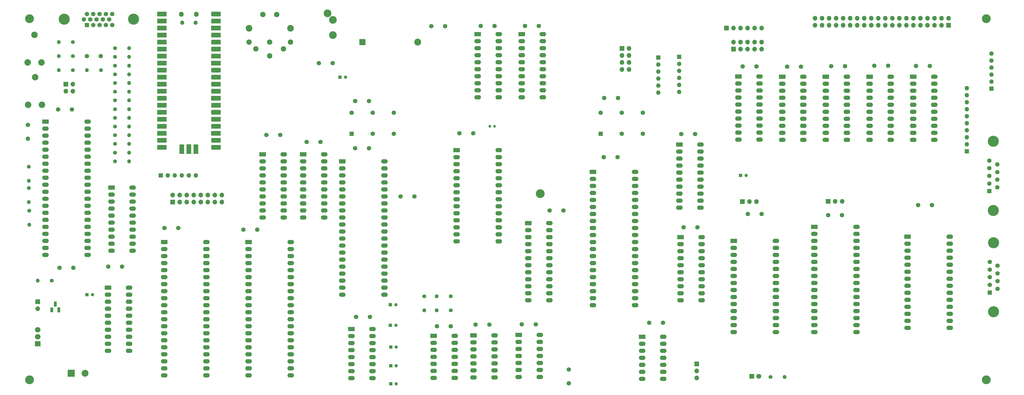
<source format=gts>
G04 #@! TF.GenerationSoftware,KiCad,Pcbnew,7.0.1*
G04 #@! TF.CreationDate,2024-09-15T16:50:28-05:00*
G04 #@! TF.ProjectId,we816mark2,77653831-366d-4617-926b-322e6b696361,.9*
G04 #@! TF.SameCoordinates,Original*
G04 #@! TF.FileFunction,Soldermask,Top*
G04 #@! TF.FilePolarity,Negative*
%FSLAX46Y46*%
G04 Gerber Fmt 4.6, Leading zero omitted, Abs format (unit mm)*
G04 Created by KiCad (PCBNEW 7.0.1) date 2024-09-15 16:50:28*
%MOMM*%
%LPD*%
G01*
G04 APERTURE LIST*
G04 Aperture macros list*
%AMRoundRect*
0 Rectangle with rounded corners*
0 $1 Rounding radius*
0 $2 $3 $4 $5 $6 $7 $8 $9 X,Y pos of 4 corners*
0 Add a 4 corners polygon primitive as box body*
4,1,4,$2,$3,$4,$5,$6,$7,$8,$9,$2,$3,0*
0 Add four circle primitives for the rounded corners*
1,1,$1+$1,$2,$3*
1,1,$1+$1,$4,$5*
1,1,$1+$1,$6,$7*
1,1,$1+$1,$8,$9*
0 Add four rect primitives between the rounded corners*
20,1,$1+$1,$2,$3,$4,$5,0*
20,1,$1+$1,$4,$5,$6,$7,0*
20,1,$1+$1,$6,$7,$8,$9,0*
20,1,$1+$1,$8,$9,$2,$3,0*%
G04 Aperture macros list end*
%ADD10C,1.600000*%
%ADD11R,2.400000X1.600000*%
%ADD12O,2.400000X1.600000*%
%ADD13C,4.000000*%
%ADD14R,1.600000X1.600000*%
%ADD15R,1.200000X1.200000*%
%ADD16C,1.200000*%
%ADD17R,1.800000X1.800000*%
%ADD18C,1.800000*%
%ADD19R,1.700000X1.700000*%
%ADD20O,1.700000X1.700000*%
%ADD21C,1.400000*%
%ADD22O,1.400000X1.400000*%
%ADD23O,1.600000X1.600000*%
%ADD24C,2.340000*%
%ADD25C,1.000000*%
%ADD26C,2.400000*%
%ADD27C,1.950000*%
%ADD28C,3.200000*%
%ADD29C,2.800000*%
%ADD30R,1.100000X1.800000*%
%ADD31RoundRect,0.275000X-0.275000X-0.625000X0.275000X-0.625000X0.275000X0.625000X-0.275000X0.625000X0*%
%ADD32R,2.000000X1.905000*%
%ADD33O,2.000000X1.905000*%
%ADD34R,2.500000X2.500000*%
%ADD35C,2.500000*%
%ADD36R,2.170000X2.170000*%
%ADD37O,1.800000X1.800000*%
%ADD38O,1.500000X1.500000*%
%ADD39R,3.500000X1.700000*%
%ADD40R,1.700000X3.500000*%
G04 APERTURE END LIST*
D10*
X245100000Y-125500000D03*
X240100000Y-125500000D03*
X184810000Y-186740000D03*
X179810000Y-186740000D03*
X114895000Y-151765000D03*
X109895000Y-151765000D03*
X274000000Y-150900000D03*
X269000000Y-150900000D03*
X295275000Y-92675000D03*
X290275000Y-92675000D03*
X227490000Y-202390000D03*
X227490000Y-207390000D03*
X297140000Y-146050000D03*
X292140000Y-146050000D03*
X198810000Y-186140000D03*
X193810000Y-186140000D03*
X215510000Y-186040000D03*
X210510000Y-186040000D03*
X192960000Y-116840000D03*
X187960000Y-116840000D03*
X132755000Y-120015000D03*
X137755000Y-120015000D03*
D11*
X145600000Y-127000000D03*
D12*
X145600000Y-129540000D03*
X145600000Y-132080000D03*
X145600000Y-134620000D03*
X145600000Y-137160000D03*
X145600000Y-139700000D03*
X145600000Y-142240000D03*
X145600000Y-144780000D03*
X145600000Y-147320000D03*
X145600000Y-149860000D03*
X145600000Y-152400000D03*
X145600000Y-154940000D03*
X145600000Y-157480000D03*
X145600000Y-160020000D03*
X145600000Y-162560000D03*
X145600000Y-165100000D03*
X145600000Y-167640000D03*
X145600000Y-170180000D03*
X145600000Y-172720000D03*
X145600000Y-175260000D03*
X160840000Y-175260000D03*
X160840000Y-172720000D03*
X160840000Y-170180000D03*
X160840000Y-167640000D03*
X160840000Y-165100000D03*
X160840000Y-162560000D03*
X160840000Y-160020000D03*
X160840000Y-157480000D03*
X160840000Y-154940000D03*
X160840000Y-152400000D03*
X160840000Y-149860000D03*
X160840000Y-147320000D03*
X160840000Y-144780000D03*
X160840000Y-142240000D03*
X160840000Y-139700000D03*
X160840000Y-137160000D03*
X160840000Y-134620000D03*
X160840000Y-132080000D03*
X160840000Y-129540000D03*
X160840000Y-127000000D03*
D13*
X381020000Y-181460000D03*
X381020000Y-156460000D03*
D14*
X379600000Y-174500000D03*
D10*
X379600000Y-171730000D03*
X379600000Y-168960000D03*
X379600000Y-166190000D03*
X379600000Y-163420000D03*
X382440000Y-173115000D03*
X382440000Y-170345000D03*
X382440000Y-167575000D03*
X382440000Y-164805000D03*
X245300000Y-104100000D03*
X240300000Y-104100000D03*
D15*
X163000000Y-178900000D03*
D16*
X165000000Y-178900000D03*
D15*
X163000000Y-186400000D03*
D16*
X165000000Y-186400000D03*
D15*
X163100000Y-201000000D03*
D16*
X165100000Y-201000000D03*
D15*
X163100000Y-194200000D03*
D16*
X165100000Y-194200000D03*
D15*
X163100000Y-207500000D03*
D16*
X165100000Y-207500000D03*
D10*
X311375000Y-92725000D03*
X306375000Y-92725000D03*
X273140000Y-117100000D03*
X268140000Y-117100000D03*
X327300000Y-92550000D03*
X322300000Y-92550000D03*
X32000000Y-113800000D03*
X32000000Y-118800000D03*
X142160000Y-91440000D03*
X137160000Y-91440000D03*
D15*
X144780000Y-96520000D03*
D16*
X146780000Y-96520000D03*
D15*
X289560000Y-132080000D03*
D16*
X291560000Y-132080000D03*
D17*
X293600000Y-204800000D03*
D18*
X296140000Y-204800000D03*
D19*
X246700000Y-86160000D03*
D20*
X249240000Y-86160000D03*
X246700000Y-88700000D03*
X249240000Y-88700000D03*
X246700000Y-91240000D03*
X249240000Y-91240000D03*
X246700000Y-93780000D03*
X249240000Y-93780000D03*
D13*
X380920000Y-144760000D03*
X380920000Y-119760000D03*
D14*
X379500000Y-137800000D03*
D10*
X379500000Y-135030000D03*
X379500000Y-132260000D03*
X379500000Y-129490000D03*
X379500000Y-126720000D03*
X382340000Y-136415000D03*
X382340000Y-133645000D03*
X382340000Y-130875000D03*
X382340000Y-128105000D03*
D19*
X273700000Y-200300000D03*
D20*
X273700000Y-202840000D03*
X273700000Y-205380000D03*
D14*
X239000000Y-117000000D03*
D10*
X246620000Y-117000000D03*
X246620000Y-109380000D03*
X239000000Y-109380000D03*
D21*
X300355000Y-205105000D03*
D22*
X305435000Y-205105000D03*
D21*
X184785000Y-175895000D03*
D22*
X179705000Y-175895000D03*
D21*
X32500000Y-144900000D03*
D22*
X32500000Y-149980000D03*
D21*
X32315000Y-136635000D03*
D22*
X32315000Y-141715000D03*
D21*
X48260000Y-83820000D03*
D22*
X43180000Y-83820000D03*
D21*
X58420000Y-93980000D03*
D22*
X53340000Y-93980000D03*
D21*
X48260000Y-88900000D03*
D22*
X43180000Y-88900000D03*
D21*
X48260000Y-93980000D03*
D22*
X43180000Y-93980000D03*
D21*
X184785000Y-180975000D03*
D22*
X179705000Y-180975000D03*
D21*
X175260000Y-175895000D03*
D22*
X175260000Y-180975000D03*
D14*
X267400000Y-89200000D03*
D23*
X267400000Y-91740000D03*
X267400000Y-94280000D03*
X267400000Y-96820000D03*
X267400000Y-99360000D03*
X267400000Y-101900000D03*
D14*
X380200000Y-100700000D03*
D23*
X380200000Y-98160000D03*
X380200000Y-95620000D03*
X380200000Y-93080000D03*
X380200000Y-90540000D03*
X380200000Y-88000000D03*
D14*
X371300000Y-123400000D03*
D23*
X371300000Y-120860000D03*
X371300000Y-118320000D03*
X371300000Y-115780000D03*
X371300000Y-113240000D03*
X371300000Y-110700000D03*
X371300000Y-108160000D03*
X371300000Y-105620000D03*
X371300000Y-103080000D03*
X371300000Y-100540000D03*
D24*
X36900000Y-91200000D03*
X34400000Y-81200000D03*
X31900000Y-91200000D03*
X37100000Y-106500000D03*
X34600000Y-96500000D03*
X32100000Y-106500000D03*
D11*
X193040000Y-190000000D03*
D12*
X193040000Y-192540000D03*
X193040000Y-195080000D03*
X193040000Y-197620000D03*
X193040000Y-200160000D03*
X193040000Y-202700000D03*
X193040000Y-205240000D03*
X200660000Y-205240000D03*
X200660000Y-202700000D03*
X200660000Y-200160000D03*
X200660000Y-197620000D03*
X200660000Y-195080000D03*
X200660000Y-192540000D03*
X200660000Y-190000000D03*
D11*
X209370000Y-189800000D03*
D12*
X209370000Y-192340000D03*
X209370000Y-194880000D03*
X209370000Y-197420000D03*
X209370000Y-199960000D03*
X209370000Y-202500000D03*
X209370000Y-205040000D03*
X216990000Y-205040000D03*
X216990000Y-202500000D03*
X216990000Y-199960000D03*
X216990000Y-197420000D03*
X216990000Y-194880000D03*
X216990000Y-192340000D03*
X216990000Y-189800000D03*
D11*
X267410000Y-120950000D03*
D12*
X267410000Y-123490000D03*
X267410000Y-126030000D03*
X267410000Y-128570000D03*
X267410000Y-131110000D03*
X267410000Y-133650000D03*
X267410000Y-136190000D03*
X267410000Y-138730000D03*
X267410000Y-141270000D03*
X267410000Y-143810000D03*
X275030000Y-143810000D03*
X275030000Y-141270000D03*
X275030000Y-138730000D03*
X275030000Y-136190000D03*
X275030000Y-133650000D03*
X275030000Y-131110000D03*
X275030000Y-128570000D03*
X275030000Y-126030000D03*
X275030000Y-123490000D03*
X275030000Y-120950000D03*
D11*
X267890000Y-154420000D03*
D12*
X267890000Y-156960000D03*
X267890000Y-159500000D03*
X267890000Y-162040000D03*
X267890000Y-164580000D03*
X267890000Y-167120000D03*
X267890000Y-169660000D03*
X267890000Y-172200000D03*
X267890000Y-174740000D03*
X267890000Y-177280000D03*
X275510000Y-177280000D03*
X275510000Y-174740000D03*
X275510000Y-172200000D03*
X275510000Y-169660000D03*
X275510000Y-167120000D03*
X275510000Y-164580000D03*
X275510000Y-162040000D03*
X275510000Y-159500000D03*
X275510000Y-156960000D03*
X275510000Y-154420000D03*
D11*
X148890000Y-187680000D03*
D12*
X148890000Y-190220000D03*
X148890000Y-192760000D03*
X148890000Y-195300000D03*
X148890000Y-197840000D03*
X148890000Y-200380000D03*
X148890000Y-202920000D03*
X148890000Y-205460000D03*
X156510000Y-205460000D03*
X156510000Y-202920000D03*
X156510000Y-200380000D03*
X156510000Y-197840000D03*
X156510000Y-195300000D03*
X156510000Y-192760000D03*
X156510000Y-190220000D03*
X156510000Y-187680000D03*
D11*
X351975000Y-96400000D03*
D12*
X351975000Y-98940000D03*
X351975000Y-101480000D03*
X351975000Y-104020000D03*
X351975000Y-106560000D03*
X351975000Y-109100000D03*
X351975000Y-111640000D03*
X351975000Y-114180000D03*
X351975000Y-116720000D03*
X351975000Y-119260000D03*
X359595000Y-119260000D03*
X359595000Y-116720000D03*
X359595000Y-114180000D03*
X359595000Y-111640000D03*
X359595000Y-109100000D03*
X359595000Y-106560000D03*
X359595000Y-104020000D03*
X359595000Y-101480000D03*
X359595000Y-98940000D03*
X359595000Y-96400000D03*
D11*
X336181000Y-96400000D03*
D12*
X336181000Y-98940000D03*
X336181000Y-101480000D03*
X336181000Y-104020000D03*
X336181000Y-106560000D03*
X336181000Y-109100000D03*
X336181000Y-111640000D03*
X336181000Y-114180000D03*
X336181000Y-116720000D03*
X336181000Y-119260000D03*
X343801000Y-119260000D03*
X343801000Y-116720000D03*
X343801000Y-114180000D03*
X343801000Y-111640000D03*
X343801000Y-109100000D03*
X343801000Y-106560000D03*
X343801000Y-104020000D03*
X343801000Y-101480000D03*
X343801000Y-98940000D03*
X343801000Y-96400000D03*
D11*
X320388000Y-96400000D03*
D12*
X320388000Y-98940000D03*
X320388000Y-101480000D03*
X320388000Y-104020000D03*
X320388000Y-106560000D03*
X320388000Y-109100000D03*
X320388000Y-111640000D03*
X320388000Y-114180000D03*
X320388000Y-116720000D03*
X320388000Y-119260000D03*
X328008000Y-119260000D03*
X328008000Y-116720000D03*
X328008000Y-114180000D03*
X328008000Y-111640000D03*
X328008000Y-109100000D03*
X328008000Y-106560000D03*
X328008000Y-104020000D03*
X328008000Y-101480000D03*
X328008000Y-98940000D03*
X328008000Y-96400000D03*
D11*
X304594000Y-96400000D03*
D12*
X304594000Y-98940000D03*
X304594000Y-101480000D03*
X304594000Y-104020000D03*
X304594000Y-106560000D03*
X304594000Y-109100000D03*
X304594000Y-111640000D03*
X304594000Y-114180000D03*
X304594000Y-116720000D03*
X304594000Y-119260000D03*
X312214000Y-119260000D03*
X312214000Y-116720000D03*
X312214000Y-114180000D03*
X312214000Y-111640000D03*
X312214000Y-109100000D03*
X312214000Y-106560000D03*
X312214000Y-104020000D03*
X312214000Y-101480000D03*
X312214000Y-98940000D03*
X312214000Y-96400000D03*
D11*
X38310000Y-112630000D03*
D12*
X38310000Y-115170000D03*
X38310000Y-117710000D03*
X38310000Y-120250000D03*
X38310000Y-122790000D03*
X38310000Y-125330000D03*
X38310000Y-127870000D03*
X38310000Y-130410000D03*
X38310000Y-132950000D03*
X38310000Y-135490000D03*
X38310000Y-138030000D03*
X38310000Y-140570000D03*
X38310000Y-143110000D03*
X38310000Y-145650000D03*
X38310000Y-148190000D03*
X38310000Y-150730000D03*
X38310000Y-153270000D03*
X38310000Y-155810000D03*
X38310000Y-158350000D03*
X38310000Y-160890000D03*
X53550000Y-160890000D03*
X53550000Y-158350000D03*
X53550000Y-155810000D03*
X53550000Y-153270000D03*
X53550000Y-150730000D03*
X53550000Y-148190000D03*
X53550000Y-145650000D03*
X53550000Y-143110000D03*
X53550000Y-140570000D03*
X53550000Y-138030000D03*
X53550000Y-135490000D03*
X53550000Y-132950000D03*
X53550000Y-130410000D03*
X53550000Y-127870000D03*
X53550000Y-125330000D03*
X53550000Y-122790000D03*
X53550000Y-120250000D03*
X53550000Y-117710000D03*
X53550000Y-115170000D03*
X53550000Y-112630000D03*
D25*
X198960000Y-114300000D03*
X200660000Y-114300000D03*
D10*
X155600000Y-183325000D03*
X150600000Y-183325000D03*
X256540000Y-185420000D03*
X261540000Y-185420000D03*
X150300000Y-105156000D03*
X155300000Y-105156000D03*
X353735000Y-142875000D03*
X358735000Y-142875000D03*
X58340000Y-88900000D03*
X53340000Y-88900000D03*
X42900000Y-108200000D03*
X47900000Y-108200000D03*
X150300000Y-122290000D03*
X155300000Y-122290000D03*
D19*
X321175000Y-141525000D03*
D20*
X323715000Y-141525000D03*
X326255000Y-141525000D03*
D19*
X290195000Y-141605000D03*
D20*
X292735000Y-141605000D03*
X295275000Y-141605000D03*
D10*
X326175000Y-146525000D03*
X321175000Y-146525000D03*
D11*
X287115000Y-155795000D03*
D12*
X287115000Y-158335000D03*
X287115000Y-160875000D03*
X287115000Y-163415000D03*
X287115000Y-165955000D03*
X287115000Y-168495000D03*
X287115000Y-171035000D03*
X287115000Y-173575000D03*
X287115000Y-176115000D03*
X287115000Y-178655000D03*
X287115000Y-181195000D03*
X287115000Y-183735000D03*
X287115000Y-186275000D03*
X287115000Y-188815000D03*
X302355000Y-188815000D03*
X302355000Y-186275000D03*
X302355000Y-183735000D03*
X302355000Y-181195000D03*
X302355000Y-178655000D03*
X302355000Y-176115000D03*
X302355000Y-173575000D03*
X302355000Y-171035000D03*
X302355000Y-168495000D03*
X302355000Y-165955000D03*
X302355000Y-163415000D03*
X302355000Y-160875000D03*
X302355000Y-158335000D03*
X302355000Y-155795000D03*
D11*
X316225000Y-150745000D03*
D12*
X316225000Y-153285000D03*
X316225000Y-155825000D03*
X316225000Y-158365000D03*
X316225000Y-160905000D03*
X316225000Y-163445000D03*
X316225000Y-165985000D03*
X316225000Y-168525000D03*
X316225000Y-171065000D03*
X316225000Y-173605000D03*
X316225000Y-176145000D03*
X316225000Y-178685000D03*
X316225000Y-181225000D03*
X316225000Y-183765000D03*
X316225000Y-186305000D03*
X316225000Y-188845000D03*
X331465000Y-188845000D03*
X331465000Y-186305000D03*
X331465000Y-183765000D03*
X331465000Y-181225000D03*
X331465000Y-178685000D03*
X331465000Y-176145000D03*
X331465000Y-173605000D03*
X331465000Y-171065000D03*
X331465000Y-168525000D03*
X331465000Y-165985000D03*
X331465000Y-163445000D03*
X331465000Y-160905000D03*
X331465000Y-158365000D03*
X331465000Y-155825000D03*
X331465000Y-153285000D03*
X331465000Y-150745000D03*
D10*
X182800000Y-78100000D03*
X177800000Y-78100000D03*
X216660000Y-78000000D03*
X211660000Y-78000000D03*
X200660000Y-78000000D03*
X195660000Y-78000000D03*
D11*
X210460000Y-80960000D03*
D12*
X210460000Y-83500000D03*
X210460000Y-86040000D03*
X210460000Y-88580000D03*
X210460000Y-91120000D03*
X210460000Y-93660000D03*
X210460000Y-96200000D03*
X210460000Y-98740000D03*
X210460000Y-101280000D03*
X210460000Y-103820000D03*
X218080000Y-103820000D03*
X218080000Y-101280000D03*
X218080000Y-98740000D03*
X218080000Y-96200000D03*
X218080000Y-93660000D03*
X218080000Y-91120000D03*
X218080000Y-88580000D03*
X218080000Y-86040000D03*
X218080000Y-83500000D03*
X218080000Y-80960000D03*
D11*
X194560000Y-80960000D03*
D12*
X194560000Y-83500000D03*
X194560000Y-86040000D03*
X194560000Y-88580000D03*
X194560000Y-91120000D03*
X194560000Y-93660000D03*
X194560000Y-96200000D03*
X194560000Y-98740000D03*
X194560000Y-101280000D03*
X194560000Y-103820000D03*
X202180000Y-103820000D03*
X202180000Y-101280000D03*
X202180000Y-98740000D03*
X202180000Y-96200000D03*
X202180000Y-93660000D03*
X202180000Y-91120000D03*
X202180000Y-88580000D03*
X202180000Y-86040000D03*
X202180000Y-83500000D03*
X202180000Y-80960000D03*
D10*
X171704000Y-139700000D03*
X166704000Y-139700000D03*
X81320000Y-151130000D03*
X86320000Y-151130000D03*
X225512000Y-144780000D03*
X220512000Y-144780000D03*
X342925000Y-92350000D03*
X337925000Y-92350000D03*
X358000000Y-92475000D03*
X353000000Y-92475000D03*
D14*
X259800000Y-89400000D03*
D23*
X259800000Y-91940000D03*
X259800000Y-94480000D03*
X259800000Y-97020000D03*
X259800000Y-99560000D03*
X259800000Y-102100000D03*
D26*
X126880000Y-78820000D03*
X111880000Y-78820000D03*
D27*
X111880000Y-83820000D03*
X114380000Y-86320000D03*
X119380000Y-83820000D03*
X124380000Y-86320000D03*
X126880000Y-83820000D03*
X119380000Y-88820000D03*
X121880000Y-73820000D03*
X116880000Y-73820000D03*
D19*
X45700000Y-99060000D03*
D20*
X48240000Y-99060000D03*
X45700000Y-101600000D03*
X48240000Y-101600000D03*
D21*
X32300000Y-129000000D03*
D22*
X32300000Y-134080000D03*
D28*
X32600000Y-75400000D03*
X32600000Y-206100000D03*
X217200000Y-138700000D03*
X378400000Y-75400000D03*
X378400000Y-206100000D03*
D11*
X178600000Y-190160000D03*
D12*
X178600000Y-192700000D03*
X178600000Y-195240000D03*
X178600000Y-197780000D03*
X178600000Y-200320000D03*
X178600000Y-202860000D03*
X178600000Y-205400000D03*
X186220000Y-205400000D03*
X186220000Y-202860000D03*
X186220000Y-200320000D03*
X186220000Y-197780000D03*
X186220000Y-195240000D03*
X186220000Y-192700000D03*
X186220000Y-190160000D03*
D11*
X349880000Y-154310000D03*
D12*
X349880000Y-156850000D03*
X349880000Y-159390000D03*
X349880000Y-161930000D03*
X349880000Y-164470000D03*
X349880000Y-167010000D03*
X349880000Y-169550000D03*
X349880000Y-172090000D03*
X349880000Y-174630000D03*
X349880000Y-177170000D03*
X349880000Y-179710000D03*
X349880000Y-182250000D03*
X349880000Y-184790000D03*
X349880000Y-187330000D03*
X365120000Y-187330000D03*
X365120000Y-184790000D03*
X365120000Y-182250000D03*
X365120000Y-179710000D03*
X365120000Y-177170000D03*
X365120000Y-174630000D03*
X365120000Y-172090000D03*
X365120000Y-169550000D03*
X365120000Y-167010000D03*
X365120000Y-164470000D03*
X365120000Y-161930000D03*
X365120000Y-159390000D03*
X365120000Y-156850000D03*
X365120000Y-154310000D03*
D10*
X123150000Y-117475000D03*
X118150000Y-117475000D03*
X66040000Y-165100000D03*
X61040000Y-165100000D03*
D11*
X288800000Y-96300000D03*
D12*
X288800000Y-98840000D03*
X288800000Y-101380000D03*
X288800000Y-103920000D03*
X288800000Y-106460000D03*
X288800000Y-109000000D03*
X288800000Y-111540000D03*
X288800000Y-114080000D03*
X288800000Y-116620000D03*
X288800000Y-119160000D03*
X296420000Y-119160000D03*
X296420000Y-116620000D03*
X296420000Y-114080000D03*
X296420000Y-111540000D03*
X296420000Y-109000000D03*
X296420000Y-106460000D03*
X296420000Y-103920000D03*
X296420000Y-101380000D03*
X296420000Y-98840000D03*
X296420000Y-96300000D03*
D10*
X43400000Y-165500000D03*
X48400000Y-165500000D03*
D19*
X287020000Y-86360000D03*
D20*
X287020000Y-83820000D03*
X289560000Y-86360000D03*
X289560000Y-83820000D03*
X292100000Y-86360000D03*
X292100000Y-83820000D03*
X294640000Y-86360000D03*
X294640000Y-83820000D03*
X297180000Y-86360000D03*
X297180000Y-83820000D03*
D21*
X63500000Y-95500000D03*
D22*
X68580000Y-95500000D03*
D14*
X239000000Y-117000000D03*
D10*
X254240000Y-117000000D03*
X254240000Y-109380000D03*
X239000000Y-109380000D03*
D21*
X63500000Y-111250000D03*
D22*
X68580000Y-111250000D03*
D21*
X63500000Y-114400000D03*
D22*
X68580000Y-114400000D03*
D29*
X142240000Y-81280000D03*
X140240000Y-73380000D03*
X142240000Y-75780000D03*
D30*
X40640000Y-180740000D03*
D31*
X41910000Y-178670000D03*
X43180000Y-180740000D03*
D21*
X40640000Y-170180000D03*
D22*
X35560000Y-170180000D03*
D11*
X116845000Y-124460000D03*
D12*
X116845000Y-127000000D03*
X116845000Y-129540000D03*
X116845000Y-132080000D03*
X116845000Y-134620000D03*
X116845000Y-137160000D03*
X116845000Y-139700000D03*
X116845000Y-142240000D03*
X116845000Y-144780000D03*
X116845000Y-147320000D03*
X124465000Y-147320000D03*
X124465000Y-144780000D03*
X124465000Y-142240000D03*
X124465000Y-139700000D03*
X124465000Y-137160000D03*
X124465000Y-134620000D03*
X124465000Y-132080000D03*
X124465000Y-129540000D03*
X124465000Y-127000000D03*
X124465000Y-124460000D03*
D21*
X63500000Y-108100000D03*
D22*
X68580000Y-108100000D03*
D13*
X70155000Y-75570000D03*
X45155000Y-75570000D03*
D14*
X53340000Y-77620000D03*
D10*
X55630000Y-77620000D03*
X57920000Y-77620000D03*
X60210000Y-77620000D03*
X62500000Y-77620000D03*
X52195000Y-75640000D03*
X54485000Y-75640000D03*
X56775000Y-75640000D03*
X59065000Y-75640000D03*
X61355000Y-75640000D03*
X53340000Y-73660000D03*
X55630000Y-73660000D03*
X57920000Y-73660000D03*
X60210000Y-73660000D03*
X62500000Y-73660000D03*
D14*
X149000000Y-117000000D03*
D10*
X156620000Y-117000000D03*
X156620000Y-109380000D03*
X149000000Y-109380000D03*
D21*
X63500000Y-86050000D03*
D22*
X68580000Y-86050000D03*
D21*
X63500000Y-117550000D03*
D22*
X68580000Y-117550000D03*
D21*
X63500000Y-104950000D03*
D22*
X68580000Y-104950000D03*
D21*
X63500000Y-92350000D03*
D22*
X68580000Y-92350000D03*
D11*
X236215000Y-130815000D03*
D12*
X236215000Y-133355000D03*
X236215000Y-135895000D03*
X236215000Y-138435000D03*
X236215000Y-140975000D03*
X236215000Y-143515000D03*
X236215000Y-146055000D03*
X236215000Y-148595000D03*
X236215000Y-151135000D03*
X236215000Y-153675000D03*
X236215000Y-156215000D03*
X236215000Y-158755000D03*
X236215000Y-161295000D03*
X236215000Y-163835000D03*
X236215000Y-166375000D03*
X236215000Y-168915000D03*
X236215000Y-171455000D03*
X236215000Y-173995000D03*
X236215000Y-176535000D03*
X236215000Y-179075000D03*
X251455000Y-179075000D03*
X251455000Y-176535000D03*
X251455000Y-173995000D03*
X251455000Y-171455000D03*
X251455000Y-168915000D03*
X251455000Y-166375000D03*
X251455000Y-163835000D03*
X251455000Y-161295000D03*
X251455000Y-158755000D03*
X251455000Y-156215000D03*
X251455000Y-153675000D03*
X251455000Y-151135000D03*
X251455000Y-148595000D03*
X251455000Y-146055000D03*
X251455000Y-143515000D03*
X251455000Y-140975000D03*
X251455000Y-138435000D03*
X251455000Y-135895000D03*
X251455000Y-133355000D03*
X251455000Y-130815000D03*
D11*
X186944000Y-122936000D03*
D12*
X186944000Y-125476000D03*
X186944000Y-128016000D03*
X186944000Y-130556000D03*
X186944000Y-133096000D03*
X186944000Y-135636000D03*
X186944000Y-138176000D03*
X186944000Y-140716000D03*
X186944000Y-143256000D03*
X186944000Y-145796000D03*
X186944000Y-148336000D03*
X186944000Y-150876000D03*
X186944000Y-153416000D03*
X186944000Y-155956000D03*
X202184000Y-155956000D03*
X202184000Y-153416000D03*
X202184000Y-150876000D03*
X202184000Y-148336000D03*
X202184000Y-145796000D03*
X202184000Y-143256000D03*
X202184000Y-140716000D03*
X202184000Y-138176000D03*
X202184000Y-135636000D03*
X202184000Y-133096000D03*
X202184000Y-130556000D03*
X202184000Y-128016000D03*
X202184000Y-125476000D03*
X202184000Y-122936000D03*
D21*
X63500000Y-101800000D03*
D22*
X68580000Y-101800000D03*
D21*
X63500000Y-89200000D03*
D22*
X68580000Y-89200000D03*
D32*
X35560000Y-193040000D03*
D33*
X35560000Y-190500000D03*
X35560000Y-187960000D03*
D34*
X47665000Y-203700000D03*
D35*
X52665000Y-203700000D03*
D11*
X131455000Y-124465000D03*
D12*
X131455000Y-127005000D03*
X131455000Y-129545000D03*
X131455000Y-132085000D03*
X131455000Y-134625000D03*
X131455000Y-137165000D03*
X131455000Y-139705000D03*
X131455000Y-142245000D03*
X131455000Y-144785000D03*
X131455000Y-147325000D03*
X139075000Y-147325000D03*
X139075000Y-144785000D03*
X139075000Y-142245000D03*
X139075000Y-139705000D03*
X139075000Y-137165000D03*
X139075000Y-134625000D03*
X139075000Y-132085000D03*
X139075000Y-129545000D03*
X139075000Y-127005000D03*
X139075000Y-124465000D03*
D15*
X53340000Y-175260000D03*
D16*
X55340000Y-175260000D03*
D19*
X364744000Y-77724000D03*
D20*
X364744000Y-75184000D03*
X362204000Y-77724000D03*
X362204000Y-75184000D03*
X359664000Y-77724000D03*
X359664000Y-75184000D03*
X357124000Y-77724000D03*
X357124000Y-75184000D03*
X354584000Y-77724000D03*
X354584000Y-75184000D03*
X352044000Y-77724000D03*
X352044000Y-75184000D03*
X349504000Y-77724000D03*
X349504000Y-75184000D03*
X346964000Y-77724000D03*
X346964000Y-75184000D03*
X344424000Y-77724000D03*
X344424000Y-75184000D03*
X341884000Y-77724000D03*
X341884000Y-75184000D03*
X339344000Y-77724000D03*
X339344000Y-75184000D03*
X336804000Y-77724000D03*
X336804000Y-75184000D03*
X334264000Y-77724000D03*
X334264000Y-75184000D03*
X331724000Y-77724000D03*
X331724000Y-75184000D03*
X329184000Y-77724000D03*
X329184000Y-75184000D03*
X326644000Y-77724000D03*
X326644000Y-75184000D03*
X324104000Y-77724000D03*
X324104000Y-75184000D03*
X321564000Y-77724000D03*
X321564000Y-75184000D03*
X319024000Y-77724000D03*
X319024000Y-75184000D03*
X316484000Y-77724000D03*
X316484000Y-75184000D03*
D11*
X60970000Y-172725000D03*
D12*
X60970000Y-175265000D03*
X60970000Y-177805000D03*
X60970000Y-180345000D03*
X60970000Y-182885000D03*
X60970000Y-185425000D03*
X60970000Y-187965000D03*
X60970000Y-190505000D03*
X60970000Y-193045000D03*
X60970000Y-195585000D03*
X68590000Y-195585000D03*
X68590000Y-193045000D03*
X68590000Y-190505000D03*
X68590000Y-187965000D03*
X68590000Y-185425000D03*
X68590000Y-182885000D03*
X68590000Y-180345000D03*
X68590000Y-177805000D03*
X68590000Y-175265000D03*
X68590000Y-172725000D03*
D14*
X149000000Y-117000000D03*
D10*
X164240000Y-117000000D03*
X164240000Y-109380000D03*
X149000000Y-109380000D03*
D19*
X284480000Y-78740000D03*
D20*
X287020000Y-78740000D03*
X289560000Y-78740000D03*
X292100000Y-78740000D03*
X294640000Y-78740000D03*
X297180000Y-78740000D03*
D14*
X80010000Y-132080000D03*
D23*
X82550000Y-132080000D03*
X85090000Y-132080000D03*
X87630000Y-132080000D03*
X90170000Y-132080000D03*
X92710000Y-132080000D03*
D11*
X111760000Y-156215000D03*
D12*
X111760000Y-158755000D03*
X111760000Y-161295000D03*
X111760000Y-163835000D03*
X111760000Y-166375000D03*
X111760000Y-168915000D03*
X111760000Y-171455000D03*
X111760000Y-173995000D03*
X111760000Y-176535000D03*
X111760000Y-179075000D03*
X111760000Y-181615000D03*
X111760000Y-184155000D03*
X111760000Y-186695000D03*
X111760000Y-189235000D03*
X111760000Y-191775000D03*
X111760000Y-194315000D03*
X111760000Y-196855000D03*
X111760000Y-199395000D03*
X111760000Y-201935000D03*
X111760000Y-204475000D03*
X127000000Y-204475000D03*
X127000000Y-201935000D03*
X127000000Y-199395000D03*
X127000000Y-196855000D03*
X127000000Y-194315000D03*
X127000000Y-191775000D03*
X127000000Y-189235000D03*
X127000000Y-186695000D03*
X127000000Y-184155000D03*
X127000000Y-181615000D03*
X127000000Y-179075000D03*
X127000000Y-176535000D03*
X127000000Y-173995000D03*
X127000000Y-171455000D03*
X127000000Y-168915000D03*
X127000000Y-166375000D03*
X127000000Y-163835000D03*
X127000000Y-161295000D03*
X127000000Y-158755000D03*
X127000000Y-156215000D03*
D19*
X84328000Y-141732000D03*
D20*
X84328000Y-139192000D03*
X86868000Y-141732000D03*
X86868000Y-139192000D03*
X89408000Y-141732000D03*
X89408000Y-139192000D03*
X91948000Y-141732000D03*
X91948000Y-139192000D03*
X94488000Y-141732000D03*
X94488000Y-139192000D03*
X97028000Y-141732000D03*
X97028000Y-139192000D03*
X99568000Y-141732000D03*
X99568000Y-139192000D03*
X102108000Y-141732000D03*
X102108000Y-139192000D03*
D11*
X62240000Y-136530000D03*
D12*
X62240000Y-139070000D03*
X62240000Y-141610000D03*
X62240000Y-144150000D03*
X62240000Y-146690000D03*
X62240000Y-149230000D03*
X62240000Y-151770000D03*
X62240000Y-154310000D03*
X62240000Y-156850000D03*
X62240000Y-159390000D03*
X69860000Y-159390000D03*
X69860000Y-156850000D03*
X69860000Y-154310000D03*
X69860000Y-151770000D03*
X69860000Y-149230000D03*
X69860000Y-146690000D03*
X69860000Y-144150000D03*
X69860000Y-141610000D03*
X69860000Y-139070000D03*
X69860000Y-136530000D03*
D11*
X212852000Y-149352000D03*
D12*
X212852000Y-151892000D03*
X212852000Y-154432000D03*
X212852000Y-156972000D03*
X212852000Y-159512000D03*
X212852000Y-162052000D03*
X212852000Y-164592000D03*
X212852000Y-167132000D03*
X212852000Y-169672000D03*
X212852000Y-172212000D03*
X212852000Y-174752000D03*
X212852000Y-177292000D03*
X220472000Y-177292000D03*
X220472000Y-174752000D03*
X220472000Y-172212000D03*
X220472000Y-169672000D03*
X220472000Y-167132000D03*
X220472000Y-164592000D03*
X220472000Y-162052000D03*
X220472000Y-159512000D03*
X220472000Y-156972000D03*
X220472000Y-154432000D03*
X220472000Y-151892000D03*
X220472000Y-149352000D03*
D21*
X63500000Y-123850000D03*
D22*
X68580000Y-123850000D03*
D35*
X172908000Y-83820000D03*
D36*
X152908000Y-83820000D03*
D37*
X87445000Y-73790000D03*
D38*
X87745000Y-76820000D03*
X92595000Y-76820000D03*
D37*
X92895000Y-73790000D03*
D20*
X81280000Y-73660000D03*
D39*
X80380000Y-73660000D03*
D20*
X81280000Y-76200000D03*
D39*
X80380000Y-76200000D03*
D19*
X81280000Y-78740000D03*
D39*
X80380000Y-78740000D03*
D20*
X81280000Y-81280000D03*
D39*
X80380000Y-81280000D03*
D20*
X81280000Y-83820000D03*
D39*
X80380000Y-83820000D03*
D20*
X81280000Y-86360000D03*
D39*
X80380000Y-86360000D03*
D20*
X81280000Y-88900000D03*
D39*
X80380000Y-88900000D03*
D19*
X81280000Y-91440000D03*
D39*
X80380000Y-91440000D03*
D20*
X81280000Y-93980000D03*
D39*
X80380000Y-93980000D03*
D20*
X81280000Y-96520000D03*
D39*
X80380000Y-96520000D03*
D20*
X81280000Y-99060000D03*
D39*
X80380000Y-99060000D03*
D20*
X81280000Y-101600000D03*
D39*
X80380000Y-101600000D03*
D19*
X81280000Y-104140000D03*
D39*
X80380000Y-104140000D03*
D20*
X81280000Y-106680000D03*
D39*
X80380000Y-106680000D03*
D20*
X81280000Y-109220000D03*
D39*
X80380000Y-109220000D03*
D20*
X81280000Y-111760000D03*
D39*
X80380000Y-111760000D03*
D20*
X81280000Y-114300000D03*
D39*
X80380000Y-114300000D03*
D19*
X81280000Y-116840000D03*
D39*
X80380000Y-116840000D03*
D20*
X81280000Y-119380000D03*
D39*
X80380000Y-119380000D03*
D20*
X81280000Y-121920000D03*
D39*
X80380000Y-121920000D03*
D20*
X99060000Y-121920000D03*
D39*
X99960000Y-121920000D03*
D20*
X99060000Y-119380000D03*
D39*
X99960000Y-119380000D03*
D19*
X99060000Y-116840000D03*
D39*
X99960000Y-116840000D03*
D20*
X99060000Y-114300000D03*
D39*
X99960000Y-114300000D03*
D20*
X99060000Y-111760000D03*
D39*
X99960000Y-111760000D03*
D20*
X99060000Y-109220000D03*
D39*
X99960000Y-109220000D03*
D20*
X99060000Y-106680000D03*
D39*
X99960000Y-106680000D03*
D19*
X99060000Y-104140000D03*
D39*
X99960000Y-104140000D03*
D20*
X99060000Y-101600000D03*
D39*
X99960000Y-101600000D03*
D20*
X99060000Y-99060000D03*
D39*
X99960000Y-99060000D03*
D20*
X99060000Y-96520000D03*
D39*
X99960000Y-96520000D03*
D20*
X99060000Y-93980000D03*
D39*
X99960000Y-93980000D03*
D19*
X99060000Y-91440000D03*
D39*
X99960000Y-91440000D03*
D20*
X99060000Y-88900000D03*
D39*
X99960000Y-88900000D03*
D20*
X99060000Y-86360000D03*
D39*
X99960000Y-86360000D03*
D20*
X99060000Y-83820000D03*
D39*
X99960000Y-83820000D03*
D20*
X99060000Y-81280000D03*
D39*
X99960000Y-81280000D03*
D19*
X99060000Y-78740000D03*
D39*
X99960000Y-78740000D03*
D20*
X99060000Y-76200000D03*
D39*
X99960000Y-76200000D03*
D20*
X99060000Y-73660000D03*
D39*
X99960000Y-73660000D03*
D20*
X87630000Y-121690000D03*
D40*
X87630000Y-122590000D03*
D19*
X90170000Y-121690000D03*
D40*
X90170000Y-122590000D03*
D20*
X92710000Y-121690000D03*
D40*
X92710000Y-122590000D03*
D21*
X63500000Y-127000000D03*
D22*
X68580000Y-127000000D03*
D11*
X254000000Y-190500000D03*
D12*
X254000000Y-193040000D03*
X254000000Y-195580000D03*
X254000000Y-198120000D03*
X254000000Y-200660000D03*
X254000000Y-203200000D03*
X254000000Y-205740000D03*
X261620000Y-205740000D03*
X261620000Y-203200000D03*
X261620000Y-200660000D03*
X261620000Y-198120000D03*
X261620000Y-195580000D03*
X261620000Y-193040000D03*
X261620000Y-190500000D03*
D21*
X63500000Y-98650000D03*
D22*
X68580000Y-98650000D03*
D19*
X35560000Y-177800000D03*
D20*
X35560000Y-180340000D03*
D21*
X63500000Y-120700000D03*
D22*
X68580000Y-120700000D03*
D11*
X81280000Y-156215000D03*
D12*
X81280000Y-158755000D03*
X81280000Y-161295000D03*
X81280000Y-163835000D03*
X81280000Y-166375000D03*
X81280000Y-168915000D03*
X81280000Y-171455000D03*
X81280000Y-173995000D03*
X81280000Y-176535000D03*
X81280000Y-179075000D03*
X81280000Y-181615000D03*
X81280000Y-184155000D03*
X81280000Y-186695000D03*
X81280000Y-189235000D03*
X81280000Y-191775000D03*
X81280000Y-194315000D03*
X81280000Y-196855000D03*
X81280000Y-199395000D03*
X81280000Y-201935000D03*
X81280000Y-204475000D03*
X96520000Y-204475000D03*
X96520000Y-201935000D03*
X96520000Y-199395000D03*
X96520000Y-196855000D03*
X96520000Y-194315000D03*
X96520000Y-191775000D03*
X96520000Y-189235000D03*
X96520000Y-186695000D03*
X96520000Y-184155000D03*
X96520000Y-181615000D03*
X96520000Y-179075000D03*
X96520000Y-176535000D03*
X96520000Y-173995000D03*
X96520000Y-171455000D03*
X96520000Y-168915000D03*
X96520000Y-166375000D03*
X96520000Y-163835000D03*
X96520000Y-161295000D03*
X96520000Y-158755000D03*
X96520000Y-156215000D03*
M02*

</source>
